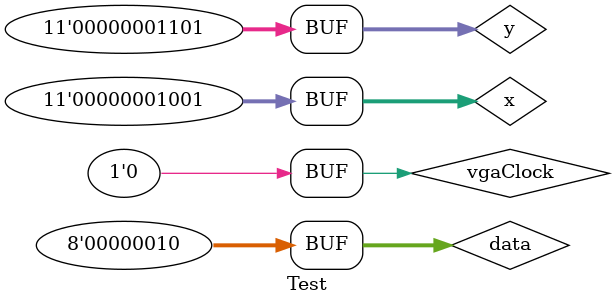
<source format=v>
`timescale 1ns / 1ps


module Test;

	// Inputs
	reg [7:0] data;
	reg [10:0] x;
	reg [10:0] y;
	reg vgaClock;

	// Outputs
	wire [15:0] memAddr;
	wire readClock;
	wire [8:0] pixelData;
	wire [3:0] sate;

	// Instantiate the Unit Under Test (UUT)
	ConsoleDriver uut (
		.data(data), 
		.x(x), 
		.y(y), 
		.vgaClock(vgaClock), 
		.memAddr(memAddr), 
		.readClock(readClock), 
		.pixelData(pixelData),
		.sate(sate)
	);

	initial begin
		// Initialize Inputs
		data = 2;
		x = 9;
		y = 13;
		vgaClock = 0;

		// Wait 100 ns for global reset to finish
		#100;
        
		#10;
		vgaClock=1;
		#10;
		vgaClock=0;
		
				#10;
		vgaClock=1;
		#10;
		vgaClock=0;
		
				#10;
		vgaClock=1;
		#10;
		vgaClock=0;
		
				#10;
		vgaClock=1;
		#10;
		vgaClock=0;
		
				#10;
		vgaClock=1;
		#10;
		vgaClock=0;
		
				#10;
		vgaClock=1;
		#10;
		vgaClock=0;
		
				#10;
		vgaClock=1;
		#10;
		vgaClock=0;
		
				#10;
		vgaClock=1;
		#10;
		vgaClock=0;
		
				#10;
		vgaClock=1;
		#10;
		vgaClock=0;
		
		#10;
		vgaClock=1;
		#10;
		vgaClock=0;
		
		

	end
      
endmodule


</source>
